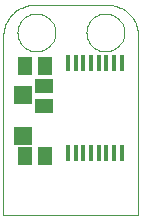
<source format=gtp>
G75*
G70*
%OFA0B0*%
%FSLAX24Y24*%
%IPPOS*%
%LPD*%
%AMOC8*
5,1,8,0,0,1.08239X$1,22.5*
%
%ADD10C,0.0000*%
%ADD11R,0.0181X0.0563*%
%ADD12R,0.0591X0.0512*%
%ADD13R,0.0512X0.0591*%
%ADD14R,0.0591X0.0591*%
D10*
X000937Y000574D02*
X000937Y006524D01*
X000939Y006587D01*
X000945Y006651D01*
X000954Y006713D01*
X000968Y006775D01*
X000985Y006836D01*
X001005Y006896D01*
X001030Y006955D01*
X001057Y007012D01*
X001088Y007067D01*
X001123Y007120D01*
X001160Y007172D01*
X001201Y007220D01*
X001245Y007266D01*
X001291Y007310D01*
X001339Y007351D01*
X001391Y007388D01*
X001444Y007423D01*
X001499Y007454D01*
X001556Y007481D01*
X001615Y007506D01*
X001675Y007526D01*
X001736Y007543D01*
X001798Y007557D01*
X001860Y007566D01*
X001924Y007572D01*
X001987Y007574D01*
X004387Y007574D01*
X003707Y006649D02*
X003709Y006699D01*
X003715Y006749D01*
X003725Y006798D01*
X003739Y006846D01*
X003756Y006893D01*
X003777Y006938D01*
X003802Y006982D01*
X003830Y007023D01*
X003862Y007062D01*
X003896Y007099D01*
X003933Y007133D01*
X003973Y007163D01*
X004015Y007190D01*
X004059Y007214D01*
X004105Y007235D01*
X004152Y007251D01*
X004200Y007264D01*
X004250Y007273D01*
X004299Y007278D01*
X004350Y007279D01*
X004400Y007276D01*
X004449Y007269D01*
X004498Y007258D01*
X004546Y007243D01*
X004592Y007225D01*
X004637Y007203D01*
X004680Y007177D01*
X004721Y007148D01*
X004760Y007116D01*
X004796Y007081D01*
X004828Y007043D01*
X004858Y007003D01*
X004885Y006960D01*
X004908Y006916D01*
X004927Y006870D01*
X004943Y006822D01*
X004955Y006773D01*
X004963Y006724D01*
X004967Y006674D01*
X004967Y006624D01*
X004963Y006574D01*
X004955Y006525D01*
X004943Y006476D01*
X004927Y006428D01*
X004908Y006382D01*
X004885Y006338D01*
X004858Y006295D01*
X004828Y006255D01*
X004796Y006217D01*
X004760Y006182D01*
X004721Y006150D01*
X004680Y006121D01*
X004637Y006095D01*
X004592Y006073D01*
X004546Y006055D01*
X004498Y006040D01*
X004449Y006029D01*
X004400Y006022D01*
X004350Y006019D01*
X004299Y006020D01*
X004250Y006025D01*
X004200Y006034D01*
X004152Y006047D01*
X004105Y006063D01*
X004059Y006084D01*
X004015Y006108D01*
X003973Y006135D01*
X003933Y006165D01*
X003896Y006199D01*
X003862Y006236D01*
X003830Y006275D01*
X003802Y006316D01*
X003777Y006360D01*
X003756Y006405D01*
X003739Y006452D01*
X003725Y006500D01*
X003715Y006549D01*
X003709Y006599D01*
X003707Y006649D01*
X004387Y007574D02*
X004450Y007572D01*
X004514Y007566D01*
X004576Y007557D01*
X004638Y007543D01*
X004699Y007526D01*
X004759Y007506D01*
X004818Y007481D01*
X004875Y007454D01*
X004930Y007423D01*
X004983Y007388D01*
X005035Y007351D01*
X005083Y007310D01*
X005129Y007266D01*
X005173Y007220D01*
X005214Y007172D01*
X005251Y007120D01*
X005286Y007067D01*
X005317Y007012D01*
X005344Y006955D01*
X005369Y006896D01*
X005389Y006836D01*
X005406Y006775D01*
X005420Y006713D01*
X005429Y006651D01*
X005435Y006587D01*
X005437Y006524D01*
X005437Y000574D01*
X000937Y000574D01*
X001407Y006649D02*
X001409Y006699D01*
X001415Y006749D01*
X001425Y006798D01*
X001439Y006846D01*
X001456Y006893D01*
X001477Y006938D01*
X001502Y006982D01*
X001530Y007023D01*
X001562Y007062D01*
X001596Y007099D01*
X001633Y007133D01*
X001673Y007163D01*
X001715Y007190D01*
X001759Y007214D01*
X001805Y007235D01*
X001852Y007251D01*
X001900Y007264D01*
X001950Y007273D01*
X001999Y007278D01*
X002050Y007279D01*
X002100Y007276D01*
X002149Y007269D01*
X002198Y007258D01*
X002246Y007243D01*
X002292Y007225D01*
X002337Y007203D01*
X002380Y007177D01*
X002421Y007148D01*
X002460Y007116D01*
X002496Y007081D01*
X002528Y007043D01*
X002558Y007003D01*
X002585Y006960D01*
X002608Y006916D01*
X002627Y006870D01*
X002643Y006822D01*
X002655Y006773D01*
X002663Y006724D01*
X002667Y006674D01*
X002667Y006624D01*
X002663Y006574D01*
X002655Y006525D01*
X002643Y006476D01*
X002627Y006428D01*
X002608Y006382D01*
X002585Y006338D01*
X002558Y006295D01*
X002528Y006255D01*
X002496Y006217D01*
X002460Y006182D01*
X002421Y006150D01*
X002380Y006121D01*
X002337Y006095D01*
X002292Y006073D01*
X002246Y006055D01*
X002198Y006040D01*
X002149Y006029D01*
X002100Y006022D01*
X002050Y006019D01*
X001999Y006020D01*
X001950Y006025D01*
X001900Y006034D01*
X001852Y006047D01*
X001805Y006063D01*
X001759Y006084D01*
X001715Y006108D01*
X001673Y006135D01*
X001633Y006165D01*
X001596Y006199D01*
X001562Y006236D01*
X001530Y006275D01*
X001502Y006316D01*
X001477Y006360D01*
X001456Y006405D01*
X001439Y006452D01*
X001425Y006500D01*
X001415Y006549D01*
X001409Y006599D01*
X001407Y006649D01*
D11*
X003091Y005618D03*
X003347Y005618D03*
X003603Y005618D03*
X003859Y005618D03*
X004115Y005618D03*
X004371Y005618D03*
X004627Y005618D03*
X004883Y005618D03*
X004883Y002630D03*
X004627Y002630D03*
X004371Y002630D03*
X004115Y002630D03*
X003859Y002630D03*
X003603Y002630D03*
X003347Y002630D03*
X003091Y002630D03*
D12*
X002287Y004189D03*
X002287Y004859D03*
D13*
X002322Y005524D03*
X001652Y005524D03*
X001652Y002524D03*
X002322Y002524D03*
D14*
X001587Y003185D03*
X001587Y004563D03*
M02*

</source>
